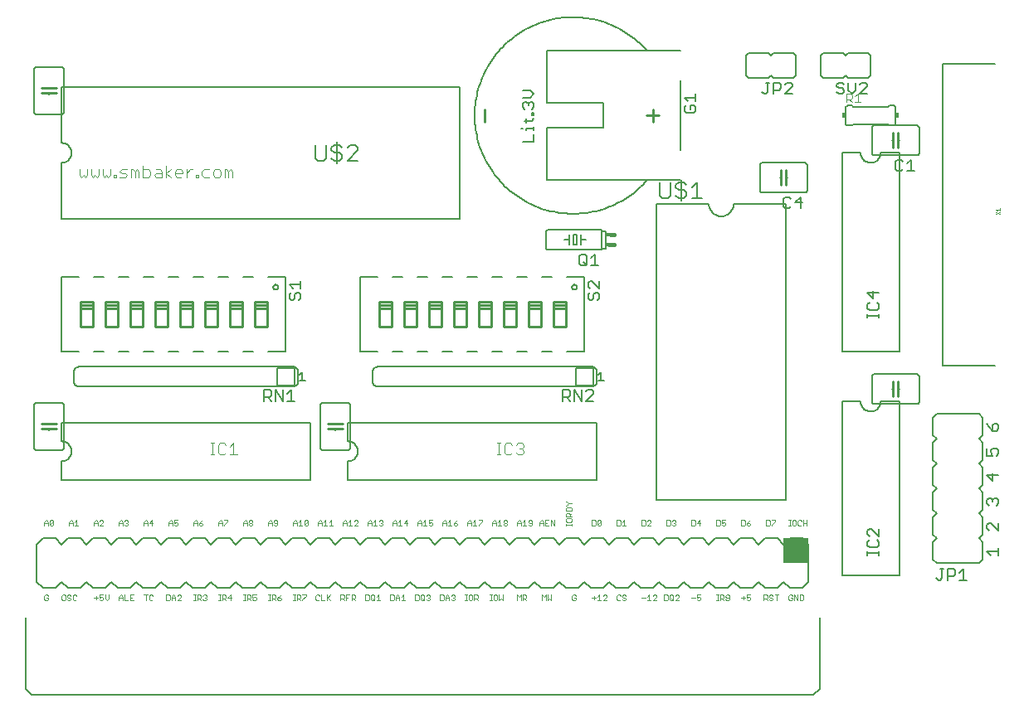
<source format=gto>
G75*
%MOIN*%
%OFA0B0*%
%FSLAX24Y24*%
%IPPOS*%
%LPD*%
%AMOC8*
5,1,8,0,0,1.08239X$1,22.5*
%
%ADD10C,0.0020*%
%ADD11C,0.0040*%
%ADD12C,0.0080*%
%ADD13C,0.0060*%
%ADD14R,0.1000X0.1000*%
%ADD15C,0.0100*%
%ADD16C,0.0050*%
%ADD17C,0.0070*%
%ADD18C,0.0160*%
%ADD19R,0.0230X0.0160*%
%ADD20R,0.0150X0.0200*%
D10*
X001527Y003950D02*
X001600Y003950D01*
X001637Y003987D01*
X001637Y004060D01*
X001563Y004060D01*
X001490Y003987D02*
X001527Y003950D01*
X001490Y003987D02*
X001490Y004133D01*
X001527Y004170D01*
X001600Y004170D01*
X001637Y004133D01*
X002190Y004133D02*
X002190Y003987D01*
X002227Y003950D01*
X002300Y003950D01*
X002337Y003987D01*
X002337Y004133D01*
X002300Y004170D01*
X002227Y004170D01*
X002190Y004133D01*
X002411Y004133D02*
X002411Y004097D01*
X002448Y004060D01*
X002521Y004060D01*
X002558Y004023D01*
X002558Y003987D01*
X002521Y003950D01*
X002448Y003950D01*
X002411Y003987D01*
X002411Y004133D02*
X002448Y004170D01*
X002521Y004170D01*
X002558Y004133D01*
X002632Y004133D02*
X002632Y003987D01*
X002669Y003950D01*
X002742Y003950D01*
X002779Y003987D01*
X002779Y004133D02*
X002742Y004170D01*
X002669Y004170D01*
X002632Y004133D01*
X003490Y004060D02*
X003637Y004060D01*
X003711Y004060D02*
X003784Y004097D01*
X003821Y004097D01*
X003858Y004060D01*
X003858Y003987D01*
X003821Y003950D01*
X003748Y003950D01*
X003711Y003987D01*
X003711Y004060D02*
X003711Y004170D01*
X003858Y004170D01*
X003932Y004170D02*
X003932Y004023D01*
X004005Y003950D01*
X004079Y004023D01*
X004079Y004170D01*
X004490Y004097D02*
X004563Y004170D01*
X004637Y004097D01*
X004637Y003950D01*
X004711Y003950D02*
X004858Y003950D01*
X004932Y003950D02*
X005079Y003950D01*
X005005Y004060D02*
X004932Y004060D01*
X004932Y004170D02*
X004932Y003950D01*
X004932Y004170D02*
X005079Y004170D01*
X004711Y004170D02*
X004711Y003950D01*
X004637Y004060D02*
X004490Y004060D01*
X004490Y004097D02*
X004490Y003950D01*
X003563Y003987D02*
X003563Y004133D01*
X005490Y004170D02*
X005637Y004170D01*
X005563Y004170D02*
X005563Y003950D01*
X005711Y003987D02*
X005748Y003950D01*
X005821Y003950D01*
X005858Y003987D01*
X005858Y004133D02*
X005821Y004170D01*
X005748Y004170D01*
X005711Y004133D01*
X005711Y003987D01*
X006390Y003950D02*
X006500Y003950D01*
X006537Y003987D01*
X006537Y004133D01*
X006500Y004170D01*
X006390Y004170D01*
X006390Y003950D01*
X006611Y003950D02*
X006611Y004097D01*
X006684Y004170D01*
X006758Y004097D01*
X006758Y003950D01*
X006832Y003950D02*
X006979Y004097D01*
X006979Y004133D01*
X006942Y004170D01*
X006869Y004170D01*
X006832Y004133D01*
X006758Y004060D02*
X006611Y004060D01*
X006832Y003950D02*
X006979Y003950D01*
X007490Y003950D02*
X007563Y003950D01*
X007527Y003950D02*
X007527Y004170D01*
X007563Y004170D02*
X007490Y004170D01*
X007637Y004170D02*
X007747Y004170D01*
X007784Y004133D01*
X007784Y004060D01*
X007747Y004023D01*
X007637Y004023D01*
X007637Y003950D02*
X007637Y004170D01*
X007711Y004023D02*
X007784Y003950D01*
X007858Y003987D02*
X007895Y003950D01*
X007968Y003950D01*
X008005Y003987D01*
X008005Y004023D01*
X007968Y004060D01*
X007932Y004060D01*
X007968Y004060D02*
X008005Y004097D01*
X008005Y004133D01*
X007968Y004170D01*
X007895Y004170D01*
X007858Y004133D01*
X008490Y004170D02*
X008563Y004170D01*
X008527Y004170D02*
X008527Y003950D01*
X008563Y003950D02*
X008490Y003950D01*
X008637Y003950D02*
X008637Y004170D01*
X008747Y004170D01*
X008784Y004133D01*
X008784Y004060D01*
X008747Y004023D01*
X008637Y004023D01*
X008711Y004023D02*
X008784Y003950D01*
X008858Y004060D02*
X009005Y004060D01*
X008968Y003950D02*
X008968Y004170D01*
X008858Y004060D01*
X009490Y003950D02*
X009563Y003950D01*
X009527Y003950D02*
X009527Y004170D01*
X009563Y004170D02*
X009490Y004170D01*
X009637Y004170D02*
X009747Y004170D01*
X009784Y004133D01*
X009784Y004060D01*
X009747Y004023D01*
X009637Y004023D01*
X009637Y003950D02*
X009637Y004170D01*
X009711Y004023D02*
X009784Y003950D01*
X009858Y003987D02*
X009895Y003950D01*
X009968Y003950D01*
X010005Y003987D01*
X010005Y004060D01*
X009968Y004097D01*
X009932Y004097D01*
X009858Y004060D01*
X009858Y004170D01*
X010005Y004170D01*
X010490Y004170D02*
X010563Y004170D01*
X010527Y004170D02*
X010527Y003950D01*
X010563Y003950D02*
X010490Y003950D01*
X010637Y003950D02*
X010637Y004170D01*
X010747Y004170D01*
X010784Y004133D01*
X010784Y004060D01*
X010747Y004023D01*
X010637Y004023D01*
X010711Y004023D02*
X010784Y003950D01*
X010858Y003987D02*
X010895Y003950D01*
X010968Y003950D01*
X011005Y003987D01*
X011005Y004023D01*
X010968Y004060D01*
X010858Y004060D01*
X010858Y003987D01*
X010858Y004060D02*
X010932Y004133D01*
X011005Y004170D01*
X011490Y004170D02*
X011563Y004170D01*
X011527Y004170D02*
X011527Y003950D01*
X011563Y003950D02*
X011490Y003950D01*
X011637Y003950D02*
X011637Y004170D01*
X011747Y004170D01*
X011784Y004133D01*
X011784Y004060D01*
X011747Y004023D01*
X011637Y004023D01*
X011711Y004023D02*
X011784Y003950D01*
X011858Y003950D02*
X011858Y003987D01*
X012005Y004133D01*
X012005Y004170D01*
X011858Y004170D01*
X012390Y004133D02*
X012390Y003987D01*
X012427Y003950D01*
X012500Y003950D01*
X012537Y003987D01*
X012611Y003950D02*
X012758Y003950D01*
X012832Y003950D02*
X012832Y004170D01*
X012869Y004060D02*
X012979Y003950D01*
X012832Y004023D02*
X012979Y004170D01*
X012611Y004170D02*
X012611Y003950D01*
X012537Y004133D02*
X012500Y004170D01*
X012427Y004170D01*
X012390Y004133D01*
X013390Y004170D02*
X013390Y003950D01*
X013390Y004023D02*
X013500Y004023D01*
X013537Y004060D01*
X013537Y004133D01*
X013500Y004170D01*
X013390Y004170D01*
X013463Y004023D02*
X013537Y003950D01*
X013611Y003950D02*
X013611Y004170D01*
X013758Y004170D01*
X013832Y004170D02*
X013942Y004170D01*
X013979Y004133D01*
X013979Y004060D01*
X013942Y004023D01*
X013832Y004023D01*
X013832Y003950D02*
X013832Y004170D01*
X013905Y004023D02*
X013979Y003950D01*
X013684Y004060D02*
X013611Y004060D01*
X014390Y004170D02*
X014390Y003950D01*
X014500Y003950D01*
X014537Y003987D01*
X014537Y004133D01*
X014500Y004170D01*
X014390Y004170D01*
X014611Y004133D02*
X014611Y003987D01*
X014648Y003950D01*
X014721Y003950D01*
X014758Y003987D01*
X014758Y004133D01*
X014721Y004170D01*
X014648Y004170D01*
X014611Y004133D01*
X014684Y004023D02*
X014758Y003950D01*
X014832Y003950D02*
X014979Y003950D01*
X014905Y003950D02*
X014905Y004170D01*
X014832Y004097D01*
X015390Y004170D02*
X015390Y003950D01*
X015500Y003950D01*
X015537Y003987D01*
X015537Y004133D01*
X015500Y004170D01*
X015390Y004170D01*
X015611Y004097D02*
X015684Y004170D01*
X015758Y004097D01*
X015758Y003950D01*
X015832Y003950D02*
X015979Y003950D01*
X015905Y003950D02*
X015905Y004170D01*
X015832Y004097D01*
X015758Y004060D02*
X015611Y004060D01*
X015611Y004097D02*
X015611Y003950D01*
X016390Y003950D02*
X016500Y003950D01*
X016537Y003987D01*
X016537Y004133D01*
X016500Y004170D01*
X016390Y004170D01*
X016390Y003950D01*
X016611Y003987D02*
X016648Y003950D01*
X016721Y003950D01*
X016758Y003987D01*
X016758Y004133D01*
X016721Y004170D01*
X016648Y004170D01*
X016611Y004133D01*
X016611Y003987D01*
X016684Y004023D02*
X016758Y003950D01*
X016832Y003987D02*
X016869Y003950D01*
X016942Y003950D01*
X016979Y003987D01*
X016979Y004023D01*
X016942Y004060D01*
X016905Y004060D01*
X016942Y004060D02*
X016979Y004097D01*
X016979Y004133D01*
X016942Y004170D01*
X016869Y004170D01*
X016832Y004133D01*
X017390Y004170D02*
X017390Y003950D01*
X017500Y003950D01*
X017537Y003987D01*
X017537Y004133D01*
X017500Y004170D01*
X017390Y004170D01*
X017611Y004097D02*
X017684Y004170D01*
X017758Y004097D01*
X017758Y003950D01*
X017832Y003987D02*
X017869Y003950D01*
X017942Y003950D01*
X017979Y003987D01*
X017979Y004023D01*
X017942Y004060D01*
X017905Y004060D01*
X017942Y004060D02*
X017979Y004097D01*
X017979Y004133D01*
X017942Y004170D01*
X017869Y004170D01*
X017832Y004133D01*
X017758Y004060D02*
X017611Y004060D01*
X017611Y004097D02*
X017611Y003950D01*
X018390Y003950D02*
X018463Y003950D01*
X018427Y003950D02*
X018427Y004170D01*
X018463Y004170D02*
X018390Y004170D01*
X018537Y004133D02*
X018537Y003987D01*
X018574Y003950D01*
X018647Y003950D01*
X018684Y003987D01*
X018684Y004133D01*
X018647Y004170D01*
X018574Y004170D01*
X018537Y004133D01*
X018758Y004170D02*
X018868Y004170D01*
X018905Y004133D01*
X018905Y004060D01*
X018868Y004023D01*
X018758Y004023D01*
X018758Y003950D02*
X018758Y004170D01*
X018832Y004023D02*
X018905Y003950D01*
X019390Y003950D02*
X019463Y003950D01*
X019427Y003950D02*
X019427Y004170D01*
X019463Y004170D02*
X019390Y004170D01*
X019537Y004133D02*
X019537Y003987D01*
X019574Y003950D01*
X019647Y003950D01*
X019684Y003987D01*
X019684Y004133D01*
X019647Y004170D01*
X019574Y004170D01*
X019537Y004133D01*
X019758Y004170D02*
X019758Y003950D01*
X019832Y004023D01*
X019905Y003950D01*
X019905Y004170D01*
X020490Y004170D02*
X020563Y004097D01*
X020637Y004170D01*
X020637Y003950D01*
X020711Y003950D02*
X020711Y004170D01*
X020821Y004170D01*
X020858Y004133D01*
X020858Y004060D01*
X020821Y004023D01*
X020711Y004023D01*
X020784Y004023D02*
X020858Y003950D01*
X020490Y003950D02*
X020490Y004170D01*
X021490Y004170D02*
X021563Y004097D01*
X021637Y004170D01*
X021637Y003950D01*
X021711Y003950D02*
X021784Y004023D01*
X021858Y003950D01*
X021858Y004170D01*
X021711Y004170D02*
X021711Y003950D01*
X021490Y003950D02*
X021490Y004170D01*
X022690Y004133D02*
X022690Y003987D01*
X022727Y003950D01*
X022800Y003950D01*
X022837Y003987D01*
X022837Y004060D01*
X022763Y004060D01*
X022690Y004133D02*
X022727Y004170D01*
X022800Y004170D01*
X022837Y004133D01*
X023490Y004060D02*
X023637Y004060D01*
X023711Y004097D02*
X023784Y004170D01*
X023784Y003950D01*
X023711Y003950D02*
X023858Y003950D01*
X023932Y003950D02*
X024079Y004097D01*
X024079Y004133D01*
X024042Y004170D01*
X023969Y004170D01*
X023932Y004133D01*
X023932Y003950D02*
X024079Y003950D01*
X024490Y003987D02*
X024490Y004133D01*
X024527Y004170D01*
X024600Y004170D01*
X024637Y004133D01*
X024711Y004133D02*
X024711Y004097D01*
X024748Y004060D01*
X024821Y004060D01*
X024858Y004023D01*
X024858Y003987D01*
X024821Y003950D01*
X024748Y003950D01*
X024711Y003987D01*
X024637Y003987D02*
X024600Y003950D01*
X024527Y003950D01*
X024490Y003987D01*
X024711Y004133D02*
X024748Y004170D01*
X024821Y004170D01*
X024858Y004133D01*
X025490Y004060D02*
X025637Y004060D01*
X025711Y004097D02*
X025784Y004170D01*
X025784Y003950D01*
X025711Y003950D02*
X025858Y003950D01*
X025932Y003950D02*
X026079Y004097D01*
X026079Y004133D01*
X026042Y004170D01*
X025969Y004170D01*
X025932Y004133D01*
X025932Y003950D02*
X026079Y003950D01*
X026390Y003950D02*
X026390Y004170D01*
X026500Y004170D01*
X026537Y004133D01*
X026537Y003987D01*
X026500Y003950D01*
X026390Y003950D01*
X026611Y003987D02*
X026611Y004133D01*
X026648Y004170D01*
X026721Y004170D01*
X026758Y004133D01*
X026758Y003987D01*
X026721Y003950D01*
X026648Y003950D01*
X026611Y003987D01*
X026684Y004023D02*
X026758Y003950D01*
X026832Y003950D02*
X026979Y004097D01*
X026979Y004133D01*
X026942Y004170D01*
X026869Y004170D01*
X026832Y004133D01*
X026832Y003950D02*
X026979Y003950D01*
X027490Y004060D02*
X027637Y004060D01*
X027711Y004060D02*
X027784Y004097D01*
X027821Y004097D01*
X027858Y004060D01*
X027858Y003987D01*
X027821Y003950D01*
X027748Y003950D01*
X027711Y003987D01*
X027711Y004060D02*
X027711Y004170D01*
X027858Y004170D01*
X028490Y004170D02*
X028563Y004170D01*
X028527Y004170D02*
X028527Y003950D01*
X028563Y003950D02*
X028490Y003950D01*
X028637Y003950D02*
X028637Y004170D01*
X028747Y004170D01*
X028784Y004133D01*
X028784Y004060D01*
X028747Y004023D01*
X028637Y004023D01*
X028711Y004023D02*
X028784Y003950D01*
X028858Y003987D02*
X028895Y003950D01*
X028968Y003950D01*
X029005Y003987D01*
X029005Y004133D01*
X028968Y004170D01*
X028895Y004170D01*
X028858Y004133D01*
X028858Y004097D01*
X028895Y004060D01*
X029005Y004060D01*
X029490Y004060D02*
X029637Y004060D01*
X029711Y004060D02*
X029784Y004097D01*
X029821Y004097D01*
X029858Y004060D01*
X029858Y003987D01*
X029821Y003950D01*
X029748Y003950D01*
X029711Y003987D01*
X029711Y004060D02*
X029711Y004170D01*
X029858Y004170D01*
X029563Y004133D02*
X029563Y003987D01*
X030390Y004023D02*
X030500Y004023D01*
X030537Y004060D01*
X030537Y004133D01*
X030500Y004170D01*
X030390Y004170D01*
X030390Y003950D01*
X030463Y004023D02*
X030537Y003950D01*
X030611Y003987D02*
X030648Y003950D01*
X030721Y003950D01*
X030758Y003987D01*
X030758Y004023D01*
X030721Y004060D01*
X030648Y004060D01*
X030611Y004097D01*
X030611Y004133D01*
X030648Y004170D01*
X030721Y004170D01*
X030758Y004133D01*
X030832Y004170D02*
X030979Y004170D01*
X030905Y004170D02*
X030905Y003950D01*
X031390Y003987D02*
X031390Y004133D01*
X031427Y004170D01*
X031500Y004170D01*
X031537Y004133D01*
X031537Y004060D02*
X031463Y004060D01*
X031537Y004060D02*
X031537Y003987D01*
X031500Y003950D01*
X031427Y003950D01*
X031390Y003987D01*
X031611Y003950D02*
X031611Y004170D01*
X031758Y003950D01*
X031758Y004170D01*
X031832Y004170D02*
X031942Y004170D01*
X031979Y004133D01*
X031979Y003987D01*
X031942Y003950D01*
X031832Y003950D01*
X031832Y004170D01*
X031868Y006950D02*
X031905Y006987D01*
X031868Y006950D02*
X031795Y006950D01*
X031758Y006987D01*
X031758Y007133D01*
X031795Y007170D01*
X031868Y007170D01*
X031905Y007133D01*
X031979Y007170D02*
X031979Y006950D01*
X031979Y007060D02*
X032126Y007060D01*
X032126Y007170D02*
X032126Y006950D01*
X031684Y006987D02*
X031684Y007133D01*
X031647Y007170D01*
X031574Y007170D01*
X031537Y007133D01*
X031537Y006987D01*
X031574Y006950D01*
X031647Y006950D01*
X031684Y006987D01*
X031463Y006950D02*
X031390Y006950D01*
X031427Y006950D02*
X031427Y007170D01*
X031463Y007170D02*
X031390Y007170D01*
X030858Y007170D02*
X030858Y007133D01*
X030711Y006987D01*
X030711Y006950D01*
X030637Y006987D02*
X030637Y007133D01*
X030600Y007170D01*
X030490Y007170D01*
X030490Y006950D01*
X030600Y006950D01*
X030637Y006987D01*
X030711Y007170D02*
X030858Y007170D01*
X029858Y007170D02*
X029784Y007133D01*
X029711Y007060D01*
X029821Y007060D01*
X029858Y007023D01*
X029858Y006987D01*
X029821Y006950D01*
X029748Y006950D01*
X029711Y006987D01*
X029711Y007060D01*
X029637Y006987D02*
X029637Y007133D01*
X029600Y007170D01*
X029490Y007170D01*
X029490Y006950D01*
X029600Y006950D01*
X029637Y006987D01*
X028858Y006987D02*
X028821Y006950D01*
X028748Y006950D01*
X028711Y006987D01*
X028711Y007060D02*
X028784Y007097D01*
X028821Y007097D01*
X028858Y007060D01*
X028858Y006987D01*
X028711Y007060D02*
X028711Y007170D01*
X028858Y007170D01*
X028637Y007133D02*
X028600Y007170D01*
X028490Y007170D01*
X028490Y006950D01*
X028600Y006950D01*
X028637Y006987D01*
X028637Y007133D01*
X027858Y007060D02*
X027711Y007060D01*
X027821Y007170D01*
X027821Y006950D01*
X027637Y006987D02*
X027637Y007133D01*
X027600Y007170D01*
X027490Y007170D01*
X027490Y006950D01*
X027600Y006950D01*
X027637Y006987D01*
X026858Y006987D02*
X026821Y006950D01*
X026748Y006950D01*
X026711Y006987D01*
X026637Y006987D02*
X026637Y007133D01*
X026600Y007170D01*
X026490Y007170D01*
X026490Y006950D01*
X026600Y006950D01*
X026637Y006987D01*
X026711Y007133D02*
X026748Y007170D01*
X026821Y007170D01*
X026858Y007133D01*
X026858Y007097D01*
X026821Y007060D01*
X026858Y007023D01*
X026858Y006987D01*
X026821Y007060D02*
X026784Y007060D01*
X025858Y007097D02*
X025858Y007133D01*
X025821Y007170D01*
X025748Y007170D01*
X025711Y007133D01*
X025637Y007133D02*
X025600Y007170D01*
X025490Y007170D01*
X025490Y006950D01*
X025600Y006950D01*
X025637Y006987D01*
X025637Y007133D01*
X025711Y006950D02*
X025858Y007097D01*
X025858Y006950D02*
X025711Y006950D01*
X024858Y006950D02*
X024711Y006950D01*
X024784Y006950D02*
X024784Y007170D01*
X024711Y007097D01*
X024637Y007133D02*
X024600Y007170D01*
X024490Y007170D01*
X024490Y006950D01*
X024600Y006950D01*
X024637Y006987D01*
X024637Y007133D01*
X023858Y007133D02*
X023711Y006987D01*
X023748Y006950D01*
X023821Y006950D01*
X023858Y006987D01*
X023858Y007133D01*
X023821Y007170D01*
X023748Y007170D01*
X023711Y007133D01*
X023711Y006987D01*
X023637Y006987D02*
X023637Y007133D01*
X023600Y007170D01*
X023490Y007170D01*
X023490Y006950D01*
X023600Y006950D01*
X023637Y006987D01*
X022670Y006987D02*
X022450Y006987D01*
X022450Y007023D02*
X022450Y006950D01*
X022487Y007097D02*
X022633Y007097D01*
X022670Y007134D01*
X022670Y007207D01*
X022633Y007244D01*
X022487Y007244D01*
X022450Y007207D01*
X022450Y007134D01*
X022487Y007097D01*
X022670Y007023D02*
X022670Y006950D01*
X022670Y007318D02*
X022450Y007318D01*
X022450Y007428D01*
X022487Y007465D01*
X022560Y007465D01*
X022597Y007428D01*
X022597Y007318D01*
X022597Y007392D02*
X022670Y007465D01*
X022670Y007539D02*
X022670Y007649D01*
X022633Y007686D01*
X022487Y007686D01*
X022450Y007649D01*
X022450Y007539D01*
X022670Y007539D01*
X022487Y007760D02*
X022560Y007834D01*
X022670Y007834D01*
X022560Y007834D02*
X022487Y007907D01*
X022450Y007907D01*
X022450Y007760D02*
X022487Y007760D01*
X021979Y007170D02*
X021979Y006950D01*
X021832Y007170D01*
X021832Y006950D01*
X021758Y006950D02*
X021611Y006950D01*
X021611Y007170D01*
X021758Y007170D01*
X021684Y007060D02*
X021611Y007060D01*
X021537Y007060D02*
X021390Y007060D01*
X021390Y007097D02*
X021463Y007170D01*
X021537Y007097D01*
X021537Y006950D01*
X021390Y006950D02*
X021390Y007097D01*
X021079Y007133D02*
X021042Y007170D01*
X020969Y007170D01*
X020932Y007133D01*
X020932Y007097D01*
X020969Y007060D01*
X021079Y007060D01*
X021079Y006987D02*
X021079Y007133D01*
X021079Y006987D02*
X021042Y006950D01*
X020969Y006950D01*
X020932Y006987D01*
X020858Y006950D02*
X020711Y006950D01*
X020784Y006950D02*
X020784Y007170D01*
X020711Y007097D01*
X020637Y007097D02*
X020637Y006950D01*
X020637Y007060D02*
X020490Y007060D01*
X020490Y007097D02*
X020563Y007170D01*
X020637Y007097D01*
X020490Y007097D02*
X020490Y006950D01*
X020079Y006987D02*
X020042Y006950D01*
X019969Y006950D01*
X019932Y006987D01*
X019932Y007023D01*
X019969Y007060D01*
X020042Y007060D01*
X020079Y007023D01*
X020079Y006987D01*
X020042Y007060D02*
X020079Y007097D01*
X020079Y007133D01*
X020042Y007170D01*
X019969Y007170D01*
X019932Y007133D01*
X019932Y007097D01*
X019969Y007060D01*
X019858Y006950D02*
X019711Y006950D01*
X019784Y006950D02*
X019784Y007170D01*
X019711Y007097D01*
X019637Y007097D02*
X019637Y006950D01*
X019637Y007060D02*
X019490Y007060D01*
X019490Y007097D02*
X019563Y007170D01*
X019637Y007097D01*
X019490Y007097D02*
X019490Y006950D01*
X019079Y007133D02*
X019079Y007170D01*
X018932Y007170D01*
X018784Y007170D02*
X018784Y006950D01*
X018711Y006950D02*
X018858Y006950D01*
X018932Y006950D02*
X018932Y006987D01*
X019079Y007133D01*
X018784Y007170D02*
X018711Y007097D01*
X018637Y007097D02*
X018637Y006950D01*
X018637Y007060D02*
X018490Y007060D01*
X018490Y007097D02*
X018563Y007170D01*
X018637Y007097D01*
X018490Y007097D02*
X018490Y006950D01*
X018079Y006987D02*
X018079Y007023D01*
X018042Y007060D01*
X017932Y007060D01*
X017932Y006987D01*
X017969Y006950D01*
X018042Y006950D01*
X018079Y006987D01*
X018005Y007133D02*
X018079Y007170D01*
X018005Y007133D02*
X017932Y007060D01*
X017858Y006950D02*
X017711Y006950D01*
X017784Y006950D02*
X017784Y007170D01*
X017711Y007097D01*
X017637Y007097D02*
X017637Y006950D01*
X017637Y007060D02*
X017490Y007060D01*
X017490Y007097D02*
X017563Y007170D01*
X017637Y007097D01*
X017490Y007097D02*
X017490Y006950D01*
X017079Y006987D02*
X017042Y006950D01*
X016969Y006950D01*
X016932Y006987D01*
X016932Y007060D02*
X017005Y007097D01*
X017042Y007097D01*
X017079Y007060D01*
X017079Y006987D01*
X016932Y007060D02*
X016932Y007170D01*
X017079Y007170D01*
X016784Y007170D02*
X016784Y006950D01*
X016711Y006950D02*
X016858Y006950D01*
X016711Y007097D02*
X016784Y007170D01*
X016637Y007097D02*
X016637Y006950D01*
X016637Y007060D02*
X016490Y007060D01*
X016490Y007097D02*
X016563Y007170D01*
X016637Y007097D01*
X016490Y007097D02*
X016490Y006950D01*
X016079Y007060D02*
X015932Y007060D01*
X016042Y007170D01*
X016042Y006950D01*
X015858Y006950D02*
X015711Y006950D01*
X015784Y006950D02*
X015784Y007170D01*
X015711Y007097D01*
X015637Y007097D02*
X015637Y006950D01*
X015637Y007060D02*
X015490Y007060D01*
X015490Y007097D02*
X015563Y007170D01*
X015637Y007097D01*
X015490Y007097D02*
X015490Y006950D01*
X015079Y006987D02*
X015042Y006950D01*
X014969Y006950D01*
X014932Y006987D01*
X014858Y006950D02*
X014711Y006950D01*
X014784Y006950D02*
X014784Y007170D01*
X014711Y007097D01*
X014637Y007097D02*
X014637Y006950D01*
X014637Y007060D02*
X014490Y007060D01*
X014490Y007097D02*
X014563Y007170D01*
X014637Y007097D01*
X014490Y007097D02*
X014490Y006950D01*
X014079Y006950D02*
X013932Y006950D01*
X014079Y007097D01*
X014079Y007133D01*
X014042Y007170D01*
X013969Y007170D01*
X013932Y007133D01*
X013784Y007170D02*
X013784Y006950D01*
X013711Y006950D02*
X013858Y006950D01*
X013711Y007097D02*
X013784Y007170D01*
X013637Y007097D02*
X013563Y007170D01*
X013490Y007097D01*
X013490Y006950D01*
X013490Y007060D02*
X013637Y007060D01*
X013637Y007097D02*
X013637Y006950D01*
X013079Y006950D02*
X012932Y006950D01*
X013005Y006950D02*
X013005Y007170D01*
X012932Y007097D01*
X012858Y006950D02*
X012711Y006950D01*
X012784Y006950D02*
X012784Y007170D01*
X012711Y007097D01*
X012637Y007097D02*
X012637Y006950D01*
X012637Y007060D02*
X012490Y007060D01*
X012490Y007097D02*
X012563Y007170D01*
X012637Y007097D01*
X012490Y007097D02*
X012490Y006950D01*
X012079Y006987D02*
X012042Y006950D01*
X011969Y006950D01*
X011932Y006987D01*
X012079Y007133D01*
X012079Y006987D01*
X012079Y007133D02*
X012042Y007170D01*
X011969Y007170D01*
X011932Y007133D01*
X011932Y006987D01*
X011858Y006950D02*
X011711Y006950D01*
X011784Y006950D02*
X011784Y007170D01*
X011711Y007097D01*
X011637Y007097D02*
X011637Y006950D01*
X011637Y007060D02*
X011490Y007060D01*
X011490Y007097D02*
X011563Y007170D01*
X011637Y007097D01*
X011490Y007097D02*
X011490Y006950D01*
X010858Y006987D02*
X010858Y007133D01*
X010821Y007170D01*
X010748Y007170D01*
X010711Y007133D01*
X010711Y007097D01*
X010748Y007060D01*
X010858Y007060D01*
X010858Y006987D02*
X010821Y006950D01*
X010748Y006950D01*
X010711Y006987D01*
X010637Y006950D02*
X010637Y007097D01*
X010563Y007170D01*
X010490Y007097D01*
X010490Y006950D01*
X010490Y007060D02*
X010637Y007060D01*
X009858Y007023D02*
X009858Y006987D01*
X009821Y006950D01*
X009748Y006950D01*
X009711Y006987D01*
X009711Y007023D01*
X009748Y007060D01*
X009821Y007060D01*
X009858Y007023D01*
X009821Y007060D02*
X009858Y007097D01*
X009858Y007133D01*
X009821Y007170D01*
X009748Y007170D01*
X009711Y007133D01*
X009711Y007097D01*
X009748Y007060D01*
X009637Y007060D02*
X009490Y007060D01*
X009490Y007097D02*
X009563Y007170D01*
X009637Y007097D01*
X009637Y006950D01*
X009490Y006950D02*
X009490Y007097D01*
X008858Y007133D02*
X008711Y006987D01*
X008711Y006950D01*
X008637Y006950D02*
X008637Y007097D01*
X008563Y007170D01*
X008490Y007097D01*
X008490Y006950D01*
X008490Y007060D02*
X008637Y007060D01*
X008711Y007170D02*
X008858Y007170D01*
X008858Y007133D01*
X007858Y007170D02*
X007784Y007133D01*
X007711Y007060D01*
X007821Y007060D01*
X007858Y007023D01*
X007858Y006987D01*
X007821Y006950D01*
X007748Y006950D01*
X007711Y006987D01*
X007711Y007060D01*
X007637Y007060D02*
X007490Y007060D01*
X007490Y007097D02*
X007563Y007170D01*
X007637Y007097D01*
X007637Y006950D01*
X007490Y006950D02*
X007490Y007097D01*
X006858Y007060D02*
X006858Y006987D01*
X006821Y006950D01*
X006748Y006950D01*
X006711Y006987D01*
X006711Y007060D02*
X006784Y007097D01*
X006821Y007097D01*
X006858Y007060D01*
X006858Y007170D02*
X006711Y007170D01*
X006711Y007060D01*
X006637Y007060D02*
X006490Y007060D01*
X006490Y007097D02*
X006563Y007170D01*
X006637Y007097D01*
X006637Y006950D01*
X006490Y006950D02*
X006490Y007097D01*
X005858Y007060D02*
X005711Y007060D01*
X005821Y007170D01*
X005821Y006950D01*
X005637Y006950D02*
X005637Y007097D01*
X005563Y007170D01*
X005490Y007097D01*
X005490Y006950D01*
X005490Y007060D02*
X005637Y007060D01*
X004858Y007023D02*
X004858Y006987D01*
X004821Y006950D01*
X004748Y006950D01*
X004711Y006987D01*
X004637Y006950D02*
X004637Y007097D01*
X004563Y007170D01*
X004490Y007097D01*
X004490Y006950D01*
X004490Y007060D02*
X004637Y007060D01*
X004711Y007133D02*
X004748Y007170D01*
X004821Y007170D01*
X004858Y007133D01*
X004858Y007097D01*
X004821Y007060D01*
X004858Y007023D01*
X004821Y007060D02*
X004784Y007060D01*
X003858Y007097D02*
X003858Y007133D01*
X003821Y007170D01*
X003748Y007170D01*
X003711Y007133D01*
X003637Y007097D02*
X003637Y006950D01*
X003711Y006950D02*
X003858Y007097D01*
X003858Y006950D02*
X003711Y006950D01*
X003637Y007060D02*
X003490Y007060D01*
X003490Y007097D02*
X003563Y007170D01*
X003637Y007097D01*
X003490Y007097D02*
X003490Y006950D01*
X002858Y006950D02*
X002711Y006950D01*
X002784Y006950D02*
X002784Y007170D01*
X002711Y007097D01*
X002637Y007097D02*
X002563Y007170D01*
X002490Y007097D01*
X002490Y006950D01*
X002490Y007060D02*
X002637Y007060D01*
X002637Y007097D02*
X002637Y006950D01*
X001858Y006987D02*
X001821Y006950D01*
X001748Y006950D01*
X001711Y006987D01*
X001858Y007133D01*
X001858Y006987D01*
X001858Y007133D02*
X001821Y007170D01*
X001748Y007170D01*
X001711Y007133D01*
X001711Y006987D01*
X001637Y006950D02*
X001637Y007097D01*
X001563Y007170D01*
X001490Y007097D01*
X001490Y006950D01*
X001490Y007060D02*
X001637Y007060D01*
X014932Y007133D02*
X014969Y007170D01*
X015042Y007170D01*
X015079Y007133D01*
X015079Y007097D01*
X015042Y007060D01*
X015079Y007023D01*
X015079Y006987D01*
X015042Y007060D02*
X015005Y007060D01*
X023563Y004133D02*
X023563Y003987D01*
X039721Y019468D02*
X039861Y019562D01*
X039861Y019616D02*
X039861Y019709D01*
X039861Y019662D02*
X039721Y019662D01*
X039768Y019616D01*
X039721Y019562D02*
X039861Y019468D01*
D11*
X034293Y023970D02*
X034059Y023970D01*
X034176Y023970D02*
X034176Y024320D01*
X034059Y024204D01*
X033934Y024262D02*
X033934Y024145D01*
X033875Y024087D01*
X033700Y024087D01*
X033817Y024087D02*
X033934Y023970D01*
X033700Y023970D02*
X033700Y024320D01*
X033875Y024320D01*
X033934Y024262D01*
X020670Y010270D02*
X020747Y010194D01*
X020747Y010117D01*
X020670Y010040D01*
X020747Y009963D01*
X020747Y009887D01*
X020670Y009810D01*
X020516Y009810D01*
X020440Y009887D01*
X020286Y009887D02*
X020209Y009810D01*
X020056Y009810D01*
X019979Y009887D01*
X019979Y010194D01*
X020056Y010270D01*
X020209Y010270D01*
X020286Y010194D01*
X020440Y010194D02*
X020516Y010270D01*
X020670Y010270D01*
X020670Y010040D02*
X020593Y010040D01*
X019826Y009810D02*
X019672Y009810D01*
X019749Y009810D02*
X019749Y010270D01*
X019672Y010270D02*
X019826Y010270D01*
X009247Y009810D02*
X008940Y009810D01*
X009093Y009810D02*
X009093Y010270D01*
X008940Y010117D01*
X008786Y010194D02*
X008709Y010270D01*
X008556Y010270D01*
X008479Y010194D01*
X008479Y009887D01*
X008556Y009810D01*
X008709Y009810D01*
X008786Y009887D01*
X008326Y009810D02*
X008172Y009810D01*
X008249Y009810D02*
X008249Y010270D01*
X008172Y010270D02*
X008326Y010270D01*
X008356Y020960D02*
X008279Y021037D01*
X008279Y021190D01*
X008356Y021267D01*
X008509Y021267D01*
X008586Y021190D01*
X008586Y021037D01*
X008509Y020960D01*
X008356Y020960D01*
X008126Y020960D02*
X007896Y020960D01*
X007819Y021037D01*
X007819Y021190D01*
X007896Y021267D01*
X008126Y021267D01*
X007665Y021037D02*
X007665Y020960D01*
X007589Y020960D01*
X007589Y021037D01*
X007665Y021037D01*
X007435Y021267D02*
X007358Y021267D01*
X007205Y021113D01*
X007205Y020960D02*
X007205Y021267D01*
X007051Y021190D02*
X006975Y021267D01*
X006821Y021267D01*
X006745Y021190D01*
X006745Y021037D01*
X006821Y020960D01*
X006975Y020960D01*
X007051Y021113D02*
X006745Y021113D01*
X006591Y020960D02*
X006361Y021113D01*
X006591Y021267D01*
X006361Y021420D02*
X006361Y020960D01*
X006207Y020960D02*
X005977Y020960D01*
X005901Y021037D01*
X005977Y021113D01*
X006207Y021113D01*
X006207Y021190D02*
X006207Y020960D01*
X006207Y021190D02*
X006131Y021267D01*
X005977Y021267D01*
X005747Y021190D02*
X005670Y021267D01*
X005440Y021267D01*
X005440Y021420D02*
X005440Y020960D01*
X005670Y020960D01*
X005747Y021037D01*
X005747Y021190D01*
X005287Y021190D02*
X005210Y021267D01*
X005133Y021190D01*
X005133Y020960D01*
X004980Y020960D02*
X004980Y021267D01*
X005056Y021267D01*
X005133Y021190D01*
X005287Y021190D02*
X005287Y020960D01*
X004826Y021037D02*
X004750Y021113D01*
X004596Y021113D01*
X004519Y021190D01*
X004596Y021267D01*
X004826Y021267D01*
X004826Y021037D02*
X004750Y020960D01*
X004519Y020960D01*
X004366Y020960D02*
X004289Y020960D01*
X004289Y021037D01*
X004366Y021037D01*
X004366Y020960D01*
X004136Y021037D02*
X004136Y021267D01*
X004136Y021037D02*
X004059Y020960D01*
X003982Y021037D01*
X003905Y020960D01*
X003829Y021037D01*
X003829Y021267D01*
X003675Y021267D02*
X003675Y021037D01*
X003599Y020960D01*
X003522Y021037D01*
X003445Y020960D01*
X003368Y021037D01*
X003368Y021267D01*
X003215Y021267D02*
X003215Y021037D01*
X003138Y020960D01*
X003061Y021037D01*
X002985Y020960D01*
X002908Y021037D01*
X002908Y021267D01*
X007051Y021190D02*
X007051Y021113D01*
X008740Y020960D02*
X008740Y021267D01*
X008816Y021267D01*
X008893Y021190D01*
X008970Y021267D01*
X009047Y021190D01*
X009047Y020960D01*
X008893Y020960D02*
X008893Y021190D01*
D12*
X000730Y003240D02*
X000730Y000390D01*
X000980Y000140D01*
X032380Y000140D01*
X032630Y000390D01*
X032630Y003240D01*
X037578Y013377D02*
X037578Y025503D01*
X039680Y025503D01*
X039680Y013377D02*
X037578Y013377D01*
D13*
X036630Y012940D02*
X036630Y011940D01*
X036628Y011923D01*
X036624Y011906D01*
X036617Y011890D01*
X036607Y011876D01*
X036594Y011863D01*
X036580Y011853D01*
X036564Y011846D01*
X036547Y011842D01*
X036530Y011840D01*
X034830Y011840D01*
X034813Y011842D01*
X034796Y011846D01*
X034780Y011853D01*
X034766Y011863D01*
X034753Y011876D01*
X034743Y011890D01*
X034736Y011906D01*
X034732Y011923D01*
X034730Y011940D01*
X034730Y012940D01*
X034732Y012957D01*
X034736Y012974D01*
X034743Y012990D01*
X034753Y013004D01*
X034766Y013017D01*
X034780Y013027D01*
X034796Y013034D01*
X034813Y013038D01*
X034830Y013040D01*
X036530Y013040D01*
X036547Y013038D01*
X036564Y013034D01*
X036580Y013027D01*
X036594Y013017D01*
X036607Y013004D01*
X036617Y012990D01*
X036624Y012974D01*
X036628Y012957D01*
X036630Y012940D01*
X035830Y012440D02*
X035780Y012440D01*
X035580Y012440D02*
X035530Y012440D01*
X035830Y011940D02*
X035080Y011940D01*
X035078Y011901D01*
X035072Y011862D01*
X035063Y011824D01*
X035050Y011787D01*
X035033Y011751D01*
X035013Y011718D01*
X034989Y011686D01*
X034963Y011657D01*
X034934Y011631D01*
X034902Y011607D01*
X034869Y011587D01*
X034833Y011570D01*
X034796Y011557D01*
X034758Y011548D01*
X034719Y011542D01*
X034680Y011540D01*
X034641Y011542D01*
X034602Y011548D01*
X034564Y011557D01*
X034527Y011570D01*
X034491Y011587D01*
X034458Y011607D01*
X034426Y011631D01*
X034397Y011657D01*
X034371Y011686D01*
X034347Y011718D01*
X034327Y011751D01*
X034310Y011787D01*
X034297Y011824D01*
X034288Y011862D01*
X034282Y011901D01*
X034280Y011940D01*
X033530Y011940D01*
X033530Y004940D01*
X035830Y004940D01*
X035830Y011940D01*
X037180Y011290D02*
X037330Y011440D01*
X039030Y011440D01*
X039180Y011290D01*
X039180Y010590D01*
X039030Y010440D01*
X039180Y010290D01*
X039180Y009590D01*
X039030Y009440D01*
X039180Y009290D01*
X039180Y008590D01*
X039030Y008440D01*
X039180Y008290D01*
X039180Y007590D01*
X039030Y007440D01*
X039180Y007290D01*
X039180Y006590D01*
X039030Y006440D01*
X039180Y006290D01*
X039180Y005590D01*
X039030Y005440D01*
X037330Y005440D01*
X037180Y005590D01*
X037180Y006290D01*
X037330Y006440D01*
X037180Y006590D01*
X037180Y007290D01*
X037330Y007440D01*
X037180Y007590D01*
X037180Y008290D01*
X037330Y008440D01*
X037180Y008590D01*
X037180Y009290D01*
X037330Y009440D01*
X037180Y009590D01*
X037180Y010290D01*
X037330Y010440D01*
X037180Y010590D01*
X037180Y011290D01*
X035830Y013940D02*
X033530Y013940D01*
X033530Y021940D01*
X034280Y021940D01*
X034282Y021901D01*
X034288Y021862D01*
X034297Y021824D01*
X034310Y021787D01*
X034327Y021751D01*
X034347Y021718D01*
X034371Y021686D01*
X034397Y021657D01*
X034426Y021631D01*
X034458Y021607D01*
X034491Y021587D01*
X034527Y021570D01*
X034564Y021557D01*
X034602Y021548D01*
X034641Y021542D01*
X034680Y021540D01*
X034719Y021542D01*
X034758Y021548D01*
X034796Y021557D01*
X034833Y021570D01*
X034869Y021587D01*
X034902Y021607D01*
X034934Y021631D01*
X034963Y021657D01*
X034989Y021686D01*
X035013Y021718D01*
X035033Y021751D01*
X035050Y021787D01*
X035063Y021824D01*
X035072Y021862D01*
X035078Y021901D01*
X035080Y021940D01*
X035830Y021940D01*
X035830Y013940D01*
X031280Y019890D02*
X031280Y007990D01*
X026080Y007990D01*
X026080Y019890D01*
X028180Y019890D01*
X028182Y019846D01*
X028188Y019803D01*
X028197Y019761D01*
X028210Y019719D01*
X028227Y019679D01*
X028247Y019640D01*
X028270Y019603D01*
X028297Y019569D01*
X028326Y019536D01*
X028359Y019507D01*
X028393Y019480D01*
X028430Y019457D01*
X028469Y019437D01*
X028509Y019420D01*
X028551Y019407D01*
X028593Y019398D01*
X028636Y019392D01*
X028680Y019390D01*
X028724Y019392D01*
X028767Y019398D01*
X028809Y019407D01*
X028851Y019420D01*
X028891Y019437D01*
X028930Y019457D01*
X028967Y019480D01*
X029001Y019507D01*
X029034Y019536D01*
X029063Y019569D01*
X029090Y019603D01*
X029113Y019640D01*
X029133Y019679D01*
X029150Y019719D01*
X029163Y019761D01*
X029172Y019803D01*
X029178Y019846D01*
X029180Y019890D01*
X031280Y019890D01*
X032030Y020340D02*
X030330Y020340D01*
X030313Y020342D01*
X030296Y020346D01*
X030280Y020353D01*
X030266Y020363D01*
X030253Y020376D01*
X030243Y020390D01*
X030236Y020406D01*
X030232Y020423D01*
X030230Y020440D01*
X030230Y021440D01*
X030232Y021457D01*
X030236Y021474D01*
X030243Y021490D01*
X030253Y021504D01*
X030266Y021517D01*
X030280Y021527D01*
X030296Y021534D01*
X030313Y021538D01*
X030330Y021540D01*
X032030Y021540D01*
X032047Y021538D01*
X032064Y021534D01*
X032080Y021527D01*
X032094Y021517D01*
X032107Y021504D01*
X032117Y021490D01*
X032124Y021474D01*
X032128Y021457D01*
X032130Y021440D01*
X032130Y020440D01*
X032128Y020423D01*
X032124Y020406D01*
X032117Y020390D01*
X032107Y020376D01*
X032094Y020363D01*
X032080Y020353D01*
X032064Y020346D01*
X032047Y020342D01*
X032030Y020340D01*
X031330Y020940D02*
X031280Y020940D01*
X031080Y020940D02*
X031030Y020940D01*
X033780Y023040D02*
X033930Y023040D01*
X033980Y023090D01*
X035380Y023090D01*
X035430Y023040D01*
X035580Y023040D01*
X035597Y023042D01*
X035614Y023046D01*
X035630Y023053D01*
X035644Y023063D01*
X035657Y023076D01*
X035667Y023090D01*
X035674Y023106D01*
X035678Y023123D01*
X035680Y023140D01*
X035680Y023740D01*
X035678Y023757D01*
X035674Y023774D01*
X035667Y023790D01*
X035657Y023804D01*
X035644Y023817D01*
X035630Y023827D01*
X035614Y023834D01*
X035597Y023838D01*
X035580Y023840D01*
X035430Y023840D01*
X035380Y023790D01*
X033980Y023790D01*
X033930Y023840D01*
X033780Y023840D01*
X033763Y023838D01*
X033746Y023834D01*
X033730Y023827D01*
X033716Y023817D01*
X033703Y023804D01*
X033693Y023790D01*
X033686Y023774D01*
X033682Y023757D01*
X033680Y023740D01*
X033680Y023140D01*
X033682Y023123D01*
X033686Y023106D01*
X033693Y023090D01*
X033703Y023076D01*
X033716Y023063D01*
X033730Y023053D01*
X033746Y023046D01*
X033763Y023042D01*
X033780Y023040D01*
X034730Y022940D02*
X034730Y021940D01*
X034732Y021923D01*
X034736Y021906D01*
X034743Y021890D01*
X034753Y021876D01*
X034766Y021863D01*
X034780Y021853D01*
X034796Y021846D01*
X034813Y021842D01*
X034830Y021840D01*
X036530Y021840D01*
X036547Y021842D01*
X036564Y021846D01*
X036580Y021853D01*
X036594Y021863D01*
X036607Y021876D01*
X036617Y021890D01*
X036624Y021906D01*
X036628Y021923D01*
X036630Y021940D01*
X036630Y022940D01*
X036628Y022957D01*
X036624Y022974D01*
X036617Y022990D01*
X036607Y023004D01*
X036594Y023017D01*
X036580Y023027D01*
X036564Y023034D01*
X036547Y023038D01*
X036530Y023040D01*
X034830Y023040D01*
X034813Y023038D01*
X034796Y023034D01*
X034780Y023027D01*
X034766Y023017D01*
X034753Y023004D01*
X034743Y022990D01*
X034736Y022974D01*
X034732Y022957D01*
X034730Y022940D01*
X035530Y022440D02*
X035580Y022440D01*
X035780Y022440D02*
X035830Y022440D01*
X034580Y024940D02*
X033780Y024940D01*
X033680Y025040D01*
X033580Y024940D01*
X032780Y024940D01*
X032680Y025040D01*
X032680Y025840D01*
X032780Y025940D01*
X033580Y025940D01*
X033680Y025840D01*
X033780Y025940D01*
X034580Y025940D01*
X034680Y025840D01*
X034680Y025040D01*
X034580Y024940D01*
X031680Y025040D02*
X031680Y025840D01*
X031580Y025940D01*
X030780Y025940D01*
X030680Y025840D01*
X030580Y025940D01*
X029780Y025940D01*
X029680Y025840D01*
X029680Y025040D01*
X029780Y024940D01*
X030580Y024940D01*
X030680Y025040D01*
X030780Y024940D01*
X031580Y024940D01*
X031680Y025040D01*
X027030Y024840D02*
X027030Y022040D01*
X027030Y020840D02*
X021680Y020840D01*
X021680Y022940D01*
X023930Y022940D01*
X023930Y023940D01*
X021680Y023940D01*
X021680Y026040D01*
X027030Y026040D01*
X025671Y026077D02*
X025587Y026168D01*
X025499Y026257D01*
X025409Y026343D01*
X025316Y026425D01*
X025221Y026505D01*
X025123Y026582D01*
X025023Y026656D01*
X024921Y026727D01*
X024816Y026794D01*
X024709Y026858D01*
X024601Y026919D01*
X024490Y026976D01*
X024378Y027030D01*
X024264Y027080D01*
X024149Y027126D01*
X024032Y027169D01*
X023914Y027208D01*
X023795Y027244D01*
X023674Y027275D01*
X023553Y027303D01*
X023431Y027327D01*
X023308Y027347D01*
X023185Y027364D01*
X023061Y027376D01*
X022937Y027385D01*
X022813Y027389D01*
X022688Y027390D01*
X022564Y027387D01*
X022440Y027379D01*
X022316Y027368D01*
X022192Y027353D01*
X022069Y027334D01*
X021947Y027312D01*
X021825Y027285D01*
X021705Y027255D01*
X021585Y027220D01*
X021467Y027183D01*
X021349Y027141D01*
X021234Y027096D01*
X021119Y027047D01*
X021006Y026994D01*
X020895Y026938D01*
X020786Y026879D01*
X020679Y026816D01*
X020573Y026749D01*
X020470Y026680D01*
X020369Y026607D01*
X020271Y026531D01*
X020175Y026452D01*
X020081Y026370D01*
X019990Y026285D01*
X019902Y026198D01*
X019816Y026107D01*
X019734Y026014D01*
X019654Y025918D01*
X019578Y025820D01*
X019504Y025720D01*
X019434Y025617D01*
X019367Y025512D01*
X019304Y025405D01*
X019243Y025296D01*
X019187Y025186D01*
X019133Y025073D01*
X019084Y024959D01*
X019038Y024844D01*
X018995Y024727D01*
X018957Y024608D01*
X018922Y024489D01*
X018891Y024369D01*
X018863Y024247D01*
X018840Y024125D01*
X018820Y024002D01*
X018804Y023879D01*
X018793Y023755D01*
X018785Y023631D01*
X018781Y023506D01*
X018780Y023382D01*
X018784Y023258D01*
X018792Y023133D01*
X018804Y023010D01*
X018819Y022886D01*
X018838Y022763D01*
X018862Y022641D01*
X018889Y022520D01*
X018920Y022399D01*
X018954Y022280D01*
X018993Y022161D01*
X019035Y022044D01*
X019081Y021928D01*
X019130Y021814D01*
X019183Y021702D01*
X019240Y021591D01*
X019300Y021482D01*
X019363Y021375D01*
X019430Y021270D01*
X019500Y021167D01*
X019573Y021066D01*
X019649Y020968D01*
X019728Y020872D01*
X019811Y020779D01*
X019896Y020688D01*
X019984Y020600D01*
X020075Y020515D01*
X020168Y020433D01*
X020264Y020354D01*
X020363Y020278D01*
X020464Y020205D01*
X020567Y020135D01*
X020672Y020069D01*
X020779Y020006D01*
X020888Y019946D01*
X020999Y019890D01*
X021112Y019837D01*
X021226Y019788D01*
X021342Y019742D01*
X021459Y019700D01*
X021577Y019662D01*
X021697Y019628D01*
X021817Y019597D01*
X021939Y019570D01*
X022061Y019547D01*
X022184Y019528D01*
X022308Y019513D01*
X022431Y019501D01*
X022556Y019494D01*
X022680Y019490D01*
X021730Y018840D02*
X023880Y018840D01*
X023880Y018790D01*
X023880Y018090D01*
X023880Y018040D01*
X021730Y018040D01*
X021713Y018042D01*
X021696Y018046D01*
X021680Y018053D01*
X021666Y018063D01*
X021653Y018076D01*
X021643Y018090D01*
X021636Y018106D01*
X021632Y018123D01*
X021630Y018140D01*
X021630Y018740D01*
X021632Y018757D01*
X021636Y018774D01*
X021643Y018790D01*
X021653Y018804D01*
X021666Y018817D01*
X021680Y018827D01*
X021696Y018834D01*
X021713Y018838D01*
X021730Y018840D01*
X022380Y018440D02*
X022580Y018440D01*
X022580Y018640D01*
X022730Y018640D02*
X022730Y018240D01*
X022880Y018240D01*
X022880Y018640D01*
X022730Y018640D01*
X022580Y018440D02*
X022580Y018240D01*
X023030Y018240D02*
X023030Y018440D01*
X023030Y018640D01*
X023030Y018440D02*
X023230Y018440D01*
X023880Y018090D02*
X024030Y018090D01*
X024030Y018790D01*
X023880Y018790D01*
X023180Y016940D02*
X022480Y016940D01*
X022680Y016540D02*
X022682Y016560D01*
X022688Y016578D01*
X022697Y016596D01*
X022709Y016611D01*
X022724Y016623D01*
X022742Y016632D01*
X022760Y016638D01*
X022780Y016640D01*
X022800Y016638D01*
X022818Y016632D01*
X022836Y016623D01*
X022851Y016611D01*
X022863Y016596D01*
X022872Y016578D01*
X022878Y016560D01*
X022880Y016540D01*
X022878Y016520D01*
X022872Y016502D01*
X022863Y016484D01*
X022851Y016469D01*
X022836Y016457D01*
X022818Y016448D01*
X022800Y016442D01*
X022780Y016440D01*
X022760Y016442D01*
X022742Y016448D01*
X022724Y016457D01*
X022709Y016469D01*
X022697Y016484D01*
X022688Y016502D01*
X022682Y016520D01*
X022680Y016540D01*
X023180Y016940D02*
X023180Y013940D01*
X022480Y013940D01*
X021880Y013940D02*
X021480Y013940D01*
X020880Y013940D02*
X020480Y013940D01*
X019880Y013940D02*
X019480Y013940D01*
X018880Y013940D02*
X018480Y013940D01*
X017880Y013940D02*
X017480Y013940D01*
X016880Y013940D02*
X016480Y013940D01*
X015880Y013940D02*
X015480Y013940D01*
X014880Y013940D02*
X014180Y013940D01*
X014180Y016940D01*
X014880Y016940D01*
X015480Y016940D02*
X015880Y016940D01*
X016480Y016940D02*
X016880Y016940D01*
X017480Y016940D02*
X017880Y016940D01*
X018480Y016940D02*
X018880Y016940D01*
X019480Y016940D02*
X019880Y016940D01*
X020480Y016940D02*
X020880Y016940D01*
X021480Y016940D02*
X021880Y016940D01*
X018180Y019290D02*
X018180Y024590D01*
X002180Y024590D01*
X002180Y022340D01*
X002219Y022338D01*
X002258Y022332D01*
X002296Y022323D01*
X002333Y022310D01*
X002369Y022293D01*
X002402Y022273D01*
X002434Y022249D01*
X002463Y022223D01*
X002489Y022194D01*
X002513Y022162D01*
X002533Y022129D01*
X002550Y022093D01*
X002563Y022056D01*
X002572Y022018D01*
X002578Y021979D01*
X002580Y021940D01*
X002578Y021901D01*
X002572Y021862D01*
X002563Y021824D01*
X002550Y021787D01*
X002533Y021751D01*
X002513Y021718D01*
X002489Y021686D01*
X002463Y021657D01*
X002434Y021631D01*
X002402Y021607D01*
X002369Y021587D01*
X002333Y021570D01*
X002296Y021557D01*
X002258Y021548D01*
X002219Y021542D01*
X002180Y021540D01*
X002180Y019290D01*
X018180Y019290D01*
X014092Y021620D02*
X013665Y021620D01*
X014092Y022047D01*
X014092Y022154D01*
X013986Y022261D01*
X013772Y022261D01*
X013665Y022154D01*
X013448Y022154D02*
X013341Y022261D01*
X013128Y022261D01*
X013021Y022154D01*
X013021Y022047D01*
X013128Y021940D01*
X013341Y021940D01*
X013448Y021834D01*
X013448Y021727D01*
X013341Y021620D01*
X013128Y021620D01*
X013021Y021727D01*
X012803Y021727D02*
X012803Y022261D01*
X012376Y022261D02*
X012376Y021727D01*
X012483Y021620D01*
X012697Y021620D01*
X012803Y021727D01*
X013234Y021513D02*
X013234Y022367D01*
X011180Y016940D02*
X010480Y016940D01*
X010680Y016540D02*
X010682Y016560D01*
X010688Y016578D01*
X010697Y016596D01*
X010709Y016611D01*
X010724Y016623D01*
X010742Y016632D01*
X010760Y016638D01*
X010780Y016640D01*
X010800Y016638D01*
X010818Y016632D01*
X010836Y016623D01*
X010851Y016611D01*
X010863Y016596D01*
X010872Y016578D01*
X010878Y016560D01*
X010880Y016540D01*
X010878Y016520D01*
X010872Y016502D01*
X010863Y016484D01*
X010851Y016469D01*
X010836Y016457D01*
X010818Y016448D01*
X010800Y016442D01*
X010780Y016440D01*
X010760Y016442D01*
X010742Y016448D01*
X010724Y016457D01*
X010709Y016469D01*
X010697Y016484D01*
X010688Y016502D01*
X010682Y016520D01*
X010680Y016540D01*
X011180Y016940D02*
X011180Y013940D01*
X010480Y013940D01*
X009880Y013940D02*
X009480Y013940D01*
X008880Y013940D02*
X008480Y013940D01*
X007880Y013940D02*
X007480Y013940D01*
X006880Y013940D02*
X006480Y013940D01*
X005880Y013940D02*
X005480Y013940D01*
X004880Y013940D02*
X004480Y013940D01*
X003880Y013940D02*
X003480Y013940D01*
X002880Y013940D02*
X002180Y013940D01*
X002180Y016940D01*
X002880Y016940D01*
X003480Y016940D02*
X003880Y016940D01*
X004480Y016940D02*
X004880Y016940D01*
X005480Y016940D02*
X005880Y016940D01*
X006480Y016940D02*
X006880Y016940D01*
X007480Y016940D02*
X007880Y016940D01*
X008480Y016940D02*
X008880Y016940D01*
X009480Y016940D02*
X009880Y016940D01*
X010830Y013290D02*
X011530Y013290D01*
X011530Y012590D01*
X010830Y012590D01*
X010830Y013290D01*
X011480Y013340D02*
X002880Y013340D01*
X002854Y013338D01*
X002828Y013333D01*
X002803Y013325D01*
X002780Y013313D01*
X002758Y013299D01*
X002739Y013281D01*
X002721Y013262D01*
X002707Y013240D01*
X002695Y013217D01*
X002687Y013192D01*
X002682Y013166D01*
X002680Y013140D01*
X002680Y012740D01*
X002682Y012714D01*
X002687Y012688D01*
X002695Y012663D01*
X002707Y012640D01*
X002721Y012618D01*
X002739Y012599D01*
X002758Y012581D01*
X002780Y012567D01*
X002803Y012555D01*
X002828Y012547D01*
X002854Y012542D01*
X002880Y012540D01*
X011480Y012540D01*
X011506Y012542D01*
X011532Y012547D01*
X011557Y012555D01*
X011580Y012567D01*
X011602Y012581D01*
X011621Y012599D01*
X011639Y012618D01*
X011653Y012640D01*
X011665Y012663D01*
X011673Y012688D01*
X011678Y012714D01*
X011680Y012740D01*
X011680Y013140D01*
X011678Y013166D01*
X011673Y013192D01*
X011665Y013217D01*
X011653Y013240D01*
X011639Y013262D01*
X011621Y013281D01*
X011602Y013299D01*
X011580Y013313D01*
X011557Y013325D01*
X011532Y013333D01*
X011506Y013338D01*
X011480Y013340D01*
X012680Y011890D02*
X013680Y011890D01*
X013697Y011888D01*
X013714Y011884D01*
X013730Y011877D01*
X013744Y011867D01*
X013757Y011854D01*
X013767Y011840D01*
X013774Y011824D01*
X013778Y011807D01*
X013780Y011790D01*
X013780Y010090D01*
X013778Y010073D01*
X013774Y010056D01*
X013767Y010040D01*
X013757Y010026D01*
X013744Y010013D01*
X013730Y010003D01*
X013714Y009996D01*
X013697Y009992D01*
X013680Y009990D01*
X012680Y009990D01*
X012663Y009992D01*
X012646Y009996D01*
X012630Y010003D01*
X012616Y010013D01*
X012603Y010026D01*
X012593Y010040D01*
X012586Y010056D01*
X012582Y010073D01*
X012580Y010090D01*
X012580Y011790D01*
X012582Y011807D01*
X012586Y011824D01*
X012593Y011840D01*
X012603Y011854D01*
X012616Y011867D01*
X012630Y011877D01*
X012646Y011884D01*
X012663Y011888D01*
X012680Y011890D01*
X012180Y011090D02*
X012180Y008790D01*
X002180Y008790D01*
X002180Y009540D01*
X002219Y009542D01*
X002258Y009548D01*
X002296Y009557D01*
X002333Y009570D01*
X002369Y009587D01*
X002402Y009607D01*
X002434Y009631D01*
X002463Y009657D01*
X002489Y009686D01*
X002513Y009718D01*
X002533Y009751D01*
X002550Y009787D01*
X002563Y009824D01*
X002572Y009862D01*
X002578Y009901D01*
X002580Y009940D01*
X002578Y009979D01*
X002572Y010018D01*
X002563Y010056D01*
X002550Y010093D01*
X002533Y010129D01*
X002513Y010162D01*
X002489Y010194D01*
X002463Y010223D01*
X002434Y010249D01*
X002402Y010273D01*
X002369Y010293D01*
X002333Y010310D01*
X002296Y010323D01*
X002258Y010332D01*
X002219Y010338D01*
X002180Y010340D01*
X002180Y011090D01*
X012180Y011090D01*
X013180Y011090D02*
X013180Y011040D01*
X013180Y010840D02*
X013180Y010790D01*
X013680Y011090D02*
X013680Y010340D01*
X013719Y010338D01*
X013758Y010332D01*
X013796Y010323D01*
X013833Y010310D01*
X013869Y010293D01*
X013902Y010273D01*
X013934Y010249D01*
X013963Y010223D01*
X013989Y010194D01*
X014013Y010162D01*
X014033Y010129D01*
X014050Y010093D01*
X014063Y010056D01*
X014072Y010018D01*
X014078Y009979D01*
X014080Y009940D01*
X014078Y009901D01*
X014072Y009862D01*
X014063Y009824D01*
X014050Y009787D01*
X014033Y009751D01*
X014013Y009718D01*
X013989Y009686D01*
X013963Y009657D01*
X013934Y009631D01*
X013902Y009607D01*
X013869Y009587D01*
X013833Y009570D01*
X013796Y009557D01*
X013758Y009548D01*
X013719Y009542D01*
X013680Y009540D01*
X013680Y008790D01*
X023680Y008790D01*
X023680Y011090D01*
X013680Y011090D01*
X014880Y012540D02*
X023480Y012540D01*
X023530Y012590D02*
X022830Y012590D01*
X022830Y013290D01*
X023530Y013290D01*
X023530Y012590D01*
X023480Y012540D02*
X023506Y012542D01*
X023532Y012547D01*
X023557Y012555D01*
X023580Y012567D01*
X023602Y012581D01*
X023621Y012599D01*
X023639Y012618D01*
X023653Y012640D01*
X023665Y012663D01*
X023673Y012688D01*
X023678Y012714D01*
X023680Y012740D01*
X023680Y013140D01*
X023678Y013166D01*
X023673Y013192D01*
X023665Y013217D01*
X023653Y013240D01*
X023639Y013262D01*
X023621Y013281D01*
X023602Y013299D01*
X023580Y013313D01*
X023557Y013325D01*
X023532Y013333D01*
X023506Y013338D01*
X023480Y013340D01*
X014880Y013340D01*
X014854Y013338D01*
X014828Y013333D01*
X014803Y013325D01*
X014780Y013313D01*
X014758Y013299D01*
X014739Y013281D01*
X014721Y013262D01*
X014707Y013240D01*
X014695Y013217D01*
X014687Y013192D01*
X014682Y013166D01*
X014680Y013140D01*
X014680Y012740D01*
X014682Y012714D01*
X014687Y012688D01*
X014695Y012663D01*
X014707Y012640D01*
X014721Y012618D01*
X014739Y012599D01*
X014758Y012581D01*
X014780Y012567D01*
X014803Y012555D01*
X014828Y012547D01*
X014854Y012542D01*
X014880Y012540D01*
X014930Y006440D02*
X014430Y006440D01*
X014180Y006190D01*
X013930Y006440D01*
X013430Y006440D01*
X013180Y006190D01*
X012930Y006440D01*
X012430Y006440D01*
X012180Y006190D01*
X011930Y006440D01*
X011430Y006440D01*
X011180Y006190D01*
X010930Y006440D01*
X010430Y006440D01*
X010180Y006190D01*
X009930Y006440D01*
X009430Y006440D01*
X009180Y006190D01*
X008930Y006440D01*
X008430Y006440D01*
X008180Y006190D01*
X007930Y006440D01*
X007430Y006440D01*
X007180Y006190D01*
X006930Y006440D01*
X006430Y006440D01*
X006180Y006190D01*
X005930Y006440D01*
X005430Y006440D01*
X005180Y006190D01*
X004930Y006440D01*
X004430Y006440D01*
X004180Y006190D01*
X003930Y006440D01*
X003430Y006440D01*
X003180Y006190D01*
X002930Y006440D01*
X002430Y006440D01*
X002180Y006190D01*
X001930Y006440D01*
X001430Y006440D01*
X001180Y006190D01*
X001180Y004690D01*
X001430Y004440D01*
X001930Y004440D01*
X002180Y004690D01*
X002430Y004440D01*
X002930Y004440D01*
X003180Y004690D01*
X003430Y004440D01*
X003930Y004440D01*
X004180Y004690D01*
X004430Y004440D01*
X004930Y004440D01*
X005180Y004690D01*
X005430Y004440D01*
X005930Y004440D01*
X006180Y004690D01*
X006430Y004440D01*
X006930Y004440D01*
X007180Y004690D01*
X007430Y004440D01*
X007930Y004440D01*
X008180Y004690D01*
X008430Y004440D01*
X008930Y004440D01*
X009180Y004690D01*
X009430Y004440D01*
X009930Y004440D01*
X010180Y004690D01*
X010430Y004440D01*
X010930Y004440D01*
X011180Y004690D01*
X011430Y004440D01*
X011930Y004440D01*
X012180Y004690D01*
X012430Y004440D01*
X012930Y004440D01*
X013180Y004690D01*
X013430Y004440D01*
X013930Y004440D01*
X014180Y004690D01*
X014430Y004440D01*
X014930Y004440D01*
X015180Y004690D01*
X015430Y004440D01*
X015930Y004440D01*
X016180Y004690D01*
X016430Y004440D01*
X016930Y004440D01*
X017180Y004690D01*
X017430Y004440D01*
X017930Y004440D01*
X018180Y004690D01*
X018430Y004440D01*
X018930Y004440D01*
X019180Y004690D01*
X019430Y004440D01*
X019930Y004440D01*
X020180Y004690D01*
X020430Y004440D01*
X020930Y004440D01*
X021180Y004690D01*
X021430Y004440D01*
X021930Y004440D01*
X022180Y004690D01*
X022430Y004440D01*
X022930Y004440D01*
X023180Y004690D01*
X023430Y004440D01*
X023930Y004440D01*
X024180Y004690D01*
X024430Y004440D01*
X024930Y004440D01*
X025180Y004690D01*
X025430Y004440D01*
X025930Y004440D01*
X026180Y004690D01*
X026430Y004440D01*
X026930Y004440D01*
X027180Y004690D01*
X027430Y004440D01*
X027930Y004440D01*
X028180Y004690D01*
X028430Y004440D01*
X028930Y004440D01*
X029180Y004690D01*
X029430Y004440D01*
X029930Y004440D01*
X030180Y004690D01*
X030430Y004440D01*
X030930Y004440D01*
X031180Y004690D01*
X031430Y004440D01*
X031930Y004440D01*
X032180Y004690D01*
X032180Y006190D01*
X031930Y006440D01*
X031430Y006440D01*
X031180Y006190D01*
X030930Y006440D01*
X030430Y006440D01*
X030180Y006190D01*
X029930Y006440D01*
X029430Y006440D01*
X029180Y006190D01*
X028930Y006440D01*
X028430Y006440D01*
X028180Y006190D01*
X027930Y006440D01*
X027430Y006440D01*
X027180Y006190D01*
X026930Y006440D01*
X026430Y006440D01*
X026180Y006190D01*
X025930Y006440D01*
X025430Y006440D01*
X025180Y006190D01*
X024930Y006440D01*
X024430Y006440D01*
X024180Y006190D01*
X023930Y006440D01*
X023430Y006440D01*
X023180Y006190D01*
X022930Y006440D01*
X022430Y006440D01*
X022180Y006190D01*
X021930Y006440D01*
X021430Y006440D01*
X021180Y006190D01*
X020930Y006440D01*
X020430Y006440D01*
X020180Y006190D01*
X019930Y006440D01*
X019430Y006440D01*
X019180Y006190D01*
X018930Y006440D01*
X018430Y006440D01*
X018180Y006190D01*
X017930Y006440D01*
X017430Y006440D01*
X017180Y006190D01*
X016930Y006440D01*
X016430Y006440D01*
X016180Y006190D01*
X015930Y006440D01*
X015430Y006440D01*
X015180Y006190D01*
X014930Y006440D01*
X002280Y010090D02*
X002280Y011790D01*
X002278Y011807D01*
X002274Y011824D01*
X002267Y011840D01*
X002257Y011854D01*
X002244Y011867D01*
X002230Y011877D01*
X002214Y011884D01*
X002197Y011888D01*
X002180Y011890D01*
X001180Y011890D01*
X001163Y011888D01*
X001146Y011884D01*
X001130Y011877D01*
X001116Y011867D01*
X001103Y011854D01*
X001093Y011840D01*
X001086Y011824D01*
X001082Y011807D01*
X001080Y011790D01*
X001080Y010090D01*
X001082Y010073D01*
X001086Y010056D01*
X001093Y010040D01*
X001103Y010026D01*
X001116Y010013D01*
X001130Y010003D01*
X001146Y009996D01*
X001163Y009992D01*
X001180Y009990D01*
X002180Y009990D01*
X002197Y009992D01*
X002214Y009996D01*
X002230Y010003D01*
X002244Y010013D01*
X002257Y010026D01*
X002267Y010040D01*
X002274Y010056D01*
X002278Y010073D01*
X002280Y010090D01*
X001680Y010790D02*
X001680Y010840D01*
X001680Y011040D02*
X001680Y011090D01*
X000730Y003240D02*
X000730Y002440D01*
X001180Y023490D02*
X002180Y023490D01*
X002197Y023492D01*
X002214Y023496D01*
X002230Y023503D01*
X002244Y023513D01*
X002257Y023526D01*
X002267Y023540D01*
X002274Y023556D01*
X002278Y023573D01*
X002280Y023590D01*
X002280Y025290D01*
X002278Y025307D01*
X002274Y025324D01*
X002267Y025340D01*
X002257Y025354D01*
X002244Y025367D01*
X002230Y025377D01*
X002214Y025384D01*
X002197Y025388D01*
X002180Y025390D01*
X001180Y025390D01*
X001163Y025388D01*
X001146Y025384D01*
X001130Y025377D01*
X001116Y025367D01*
X001103Y025354D01*
X001093Y025340D01*
X001086Y025324D01*
X001082Y025307D01*
X001080Y025290D01*
X001080Y023590D01*
X001082Y023573D01*
X001086Y023556D01*
X001093Y023540D01*
X001103Y023526D01*
X001116Y023513D01*
X001130Y023503D01*
X001146Y023496D01*
X001163Y023492D01*
X001180Y023490D01*
X001680Y024290D02*
X001680Y024340D01*
X001680Y024540D02*
X001680Y024590D01*
X022680Y019490D02*
X022802Y019491D01*
X022923Y019495D01*
X023045Y019503D01*
X023166Y019514D01*
X023287Y019529D01*
X023407Y019548D01*
X023527Y019571D01*
X023645Y019598D01*
X023763Y019628D01*
X023880Y019661D01*
X023996Y019698D01*
X024111Y019739D01*
X024224Y019784D01*
X024336Y019831D01*
X024447Y019883D01*
X024556Y019937D01*
X024663Y019995D01*
X024768Y020056D01*
X024871Y020121D01*
X024972Y020188D01*
X025072Y020259D01*
X025168Y020333D01*
X025263Y020409D01*
X025355Y020489D01*
X025445Y020571D01*
X025532Y020656D01*
X025617Y020744D01*
X025698Y020834D01*
D14*
X031680Y005940D03*
D15*
X035580Y012140D02*
X035580Y012440D01*
X035580Y012740D01*
X035780Y012740D02*
X035780Y012440D01*
X035780Y012140D01*
X031280Y020640D02*
X031280Y020940D01*
X031280Y021240D01*
X031080Y021240D02*
X031080Y020940D01*
X031080Y020640D01*
X035580Y022140D02*
X035580Y022440D01*
X035580Y022740D01*
X035780Y022740D02*
X035780Y022440D01*
X035780Y022140D01*
X026180Y023440D02*
X025680Y023440D01*
X025930Y023690D02*
X025930Y023190D01*
X019180Y023190D02*
X019180Y023690D01*
X018930Y015940D02*
X018930Y015810D01*
X018930Y015690D01*
X018930Y014940D01*
X019430Y014940D01*
X019430Y015690D01*
X019430Y015810D01*
X019430Y015940D01*
X018930Y015940D01*
X018930Y015810D02*
X019430Y015810D01*
X019430Y015690D02*
X018930Y015690D01*
X018430Y015690D02*
X018430Y015810D01*
X018430Y015940D01*
X017930Y015940D01*
X017930Y015810D01*
X017930Y015690D01*
X017930Y014940D01*
X018430Y014940D01*
X018430Y015690D01*
X017930Y015690D01*
X017930Y015810D02*
X018430Y015810D01*
X017430Y015810D02*
X017430Y015690D01*
X016930Y015690D01*
X016930Y014940D01*
X017430Y014940D01*
X017430Y015690D01*
X017430Y015810D02*
X017430Y015940D01*
X016930Y015940D01*
X016930Y015810D01*
X016930Y015690D01*
X016930Y015810D02*
X017430Y015810D01*
X016430Y015810D02*
X016430Y015690D01*
X015930Y015690D01*
X015930Y014940D01*
X016430Y014940D01*
X016430Y015690D01*
X016430Y015810D02*
X016430Y015940D01*
X015930Y015940D01*
X015930Y015810D01*
X015930Y015690D01*
X015930Y015810D02*
X016430Y015810D01*
X015430Y015810D02*
X015430Y015690D01*
X014930Y015690D01*
X014930Y014940D01*
X015430Y014940D01*
X015430Y015690D01*
X015430Y015810D02*
X015430Y015940D01*
X014930Y015940D01*
X014930Y015810D01*
X014930Y015690D01*
X014930Y015810D02*
X015430Y015810D01*
X019930Y015810D02*
X019930Y015690D01*
X019930Y014940D01*
X020430Y014940D01*
X020430Y015690D01*
X020430Y015810D01*
X020430Y015940D01*
X019930Y015940D01*
X019930Y015810D01*
X020430Y015810D01*
X020430Y015690D02*
X019930Y015690D01*
X020930Y015690D02*
X020930Y014940D01*
X021430Y014940D01*
X021430Y015690D01*
X021430Y015810D01*
X021430Y015940D01*
X020930Y015940D01*
X020930Y015810D01*
X020930Y015690D01*
X021430Y015690D01*
X021430Y015810D02*
X020930Y015810D01*
X021930Y015810D02*
X021930Y015690D01*
X021930Y014940D01*
X022430Y014940D01*
X022430Y015690D01*
X022430Y015810D01*
X022430Y015940D01*
X021930Y015940D01*
X021930Y015810D01*
X022430Y015810D01*
X022430Y015690D02*
X021930Y015690D01*
X013480Y011040D02*
X013180Y011040D01*
X012880Y011040D01*
X012880Y010840D02*
X013180Y010840D01*
X013480Y010840D01*
X010430Y014940D02*
X009930Y014940D01*
X009930Y015690D01*
X010430Y015690D01*
X010430Y015810D01*
X010430Y015940D01*
X009930Y015940D01*
X009930Y015810D01*
X009930Y015690D01*
X009930Y015810D02*
X010430Y015810D01*
X010430Y015690D02*
X010430Y014940D01*
X009430Y014940D02*
X009430Y015690D01*
X009430Y015810D01*
X009430Y015940D01*
X008930Y015940D01*
X008930Y015810D01*
X008930Y015690D01*
X008930Y014940D01*
X009430Y014940D01*
X008430Y014940D02*
X008430Y015690D01*
X008430Y015810D01*
X008430Y015940D01*
X007930Y015940D01*
X007930Y015810D01*
X007930Y015690D01*
X007930Y014940D01*
X008430Y014940D01*
X007430Y014940D02*
X007430Y015690D01*
X007430Y015810D01*
X007430Y015940D01*
X006930Y015940D01*
X006930Y015810D01*
X006930Y015690D01*
X006930Y014940D01*
X007430Y014940D01*
X006430Y014940D02*
X006430Y015690D01*
X006430Y015810D01*
X006430Y015940D01*
X005930Y015940D01*
X005930Y015810D01*
X005930Y015690D01*
X005930Y014940D01*
X006430Y014940D01*
X005430Y014940D02*
X005430Y015690D01*
X005430Y015810D01*
X005430Y015940D01*
X004930Y015940D01*
X004930Y015810D01*
X004930Y015690D01*
X004930Y014940D01*
X005430Y014940D01*
X005430Y015690D02*
X004930Y015690D01*
X004930Y015810D02*
X005430Y015810D01*
X005930Y015810D02*
X006430Y015810D01*
X006430Y015690D02*
X005930Y015690D01*
X006930Y015690D02*
X007430Y015690D01*
X007430Y015810D02*
X006930Y015810D01*
X007930Y015810D02*
X008430Y015810D01*
X008430Y015690D02*
X007930Y015690D01*
X008930Y015690D02*
X009430Y015690D01*
X009430Y015810D02*
X008930Y015810D01*
X004430Y015810D02*
X004430Y015690D01*
X003930Y015690D01*
X003930Y014940D01*
X004430Y014940D01*
X004430Y015690D01*
X004430Y015810D02*
X004430Y015940D01*
X003930Y015940D01*
X003930Y015810D01*
X003930Y015690D01*
X003930Y015810D02*
X004430Y015810D01*
X003430Y015810D02*
X003430Y015690D01*
X002930Y015690D01*
X002930Y014940D01*
X003430Y014940D01*
X003430Y015690D01*
X003430Y015810D02*
X003430Y015940D01*
X002930Y015940D01*
X002930Y015810D01*
X002930Y015690D01*
X002930Y015810D02*
X003430Y015810D01*
X001980Y011040D02*
X001680Y011040D01*
X001380Y011040D01*
X001380Y010840D02*
X001680Y010840D01*
X001980Y010840D01*
X001980Y024340D02*
X001680Y024340D01*
X001380Y024340D01*
X001380Y024540D02*
X001680Y024540D01*
X001980Y024540D01*
D16*
X011335Y016635D02*
X011785Y016635D01*
X011785Y016485D02*
X011785Y016785D01*
X011485Y016485D02*
X011335Y016635D01*
X011410Y016324D02*
X011335Y016249D01*
X011335Y016099D01*
X011410Y016024D01*
X011485Y016024D01*
X011560Y016099D01*
X011560Y016249D01*
X011635Y016324D01*
X011710Y016324D01*
X011785Y016249D01*
X011785Y016099D01*
X011710Y016024D01*
X011859Y013115D02*
X011859Y012775D01*
X011746Y012775D02*
X011973Y012775D01*
X011746Y013002D02*
X011859Y013115D01*
X011395Y012415D02*
X011395Y011965D01*
X011245Y011965D02*
X011545Y011965D01*
X011245Y012265D02*
X011395Y012415D01*
X011084Y012415D02*
X011084Y011965D01*
X010784Y012415D01*
X010784Y011965D01*
X010624Y011965D02*
X010474Y012115D01*
X010549Y012115D02*
X010324Y012115D01*
X010324Y011965D02*
X010324Y012415D01*
X010549Y012415D01*
X010624Y012340D01*
X010624Y012190D01*
X010549Y012115D01*
X022324Y012115D02*
X022549Y012115D01*
X022624Y012190D01*
X022624Y012340D01*
X022549Y012415D01*
X022324Y012415D01*
X022324Y011965D01*
X022474Y012115D02*
X022624Y011965D01*
X022784Y011965D02*
X022784Y012415D01*
X023084Y011965D01*
X023084Y012415D01*
X023245Y012340D02*
X023320Y012415D01*
X023470Y012415D01*
X023545Y012340D01*
X023545Y012265D01*
X023245Y011965D01*
X023545Y011965D01*
X023746Y012775D02*
X023973Y012775D01*
X023859Y012775D02*
X023859Y013115D01*
X023746Y013002D01*
X023710Y016024D02*
X023785Y016099D01*
X023785Y016249D01*
X023710Y016324D01*
X023635Y016324D01*
X023560Y016249D01*
X023560Y016099D01*
X023485Y016024D01*
X023410Y016024D01*
X023335Y016099D01*
X023335Y016249D01*
X023410Y016324D01*
X023410Y016485D02*
X023335Y016560D01*
X023335Y016710D01*
X023410Y016785D01*
X023485Y016785D01*
X023785Y016485D01*
X023785Y016785D01*
X023745Y017415D02*
X023445Y017415D01*
X023595Y017415D02*
X023595Y017865D01*
X023445Y017715D01*
X023284Y017790D02*
X023284Y017490D01*
X023209Y017415D01*
X023059Y017415D01*
X022984Y017490D01*
X022984Y017790D01*
X023059Y017865D01*
X023209Y017865D01*
X023284Y017790D01*
X023134Y017565D02*
X023284Y017415D01*
X021155Y022390D02*
X020705Y022390D01*
X021155Y022390D02*
X021155Y022690D01*
X021155Y022850D02*
X021155Y023000D01*
X021155Y022925D02*
X020855Y022925D01*
X020855Y022850D01*
X020705Y022925D02*
X020630Y022925D01*
X020855Y023157D02*
X020855Y023307D01*
X020780Y023232D02*
X021080Y023232D01*
X021155Y023307D01*
X021155Y023464D02*
X021155Y023539D01*
X021080Y023539D01*
X021080Y023464D01*
X021155Y023464D01*
X021080Y023694D02*
X021155Y023769D01*
X021155Y023919D01*
X021080Y023994D01*
X021005Y023994D01*
X020930Y023919D01*
X020930Y023844D01*
X020930Y023919D02*
X020855Y023994D01*
X020780Y023994D01*
X020705Y023919D01*
X020705Y023769D01*
X020780Y023694D01*
X020705Y024155D02*
X021005Y024155D01*
X021155Y024305D01*
X021005Y024455D01*
X020705Y024455D01*
X027205Y024155D02*
X027655Y024155D01*
X027655Y024005D02*
X027655Y024305D01*
X027355Y024005D02*
X027205Y024155D01*
X027280Y023844D02*
X027205Y023769D01*
X027205Y023619D01*
X027280Y023544D01*
X027580Y023544D01*
X027655Y023619D01*
X027655Y023769D01*
X027580Y023844D01*
X027430Y023844D01*
X027430Y023694D01*
X030324Y024390D02*
X030399Y024315D01*
X030474Y024315D01*
X030549Y024390D01*
X030549Y024765D01*
X030474Y024765D02*
X030624Y024765D01*
X030784Y024765D02*
X030784Y024315D01*
X030784Y024465D02*
X031009Y024465D01*
X031084Y024540D01*
X031084Y024690D01*
X031009Y024765D01*
X030784Y024765D01*
X031245Y024690D02*
X031320Y024765D01*
X031470Y024765D01*
X031545Y024690D01*
X031545Y024615D01*
X031245Y024315D01*
X031545Y024315D01*
X033324Y024390D02*
X033399Y024315D01*
X033549Y024315D01*
X033624Y024390D01*
X033624Y024465D01*
X033549Y024540D01*
X033399Y024540D01*
X033324Y024615D01*
X033324Y024690D01*
X033399Y024765D01*
X033549Y024765D01*
X033624Y024690D01*
X033784Y024765D02*
X033784Y024465D01*
X033934Y024315D01*
X034084Y024465D01*
X034084Y024765D01*
X034245Y024690D02*
X034320Y024765D01*
X034470Y024765D01*
X034545Y024690D01*
X034545Y024615D01*
X034245Y024315D01*
X034545Y024315D01*
X035759Y021665D02*
X035684Y021590D01*
X035684Y021290D01*
X035759Y021215D01*
X035909Y021215D01*
X035984Y021290D01*
X036145Y021215D02*
X036445Y021215D01*
X036295Y021215D02*
X036295Y021665D01*
X036145Y021515D01*
X035984Y021590D02*
X035909Y021665D01*
X035759Y021665D01*
X031870Y020165D02*
X031870Y019715D01*
X031945Y019940D02*
X031645Y019940D01*
X031870Y020165D01*
X031484Y020090D02*
X031409Y020165D01*
X031259Y020165D01*
X031184Y020090D01*
X031184Y019790D01*
X031259Y019715D01*
X031409Y019715D01*
X031484Y019790D01*
X034555Y016308D02*
X034780Y016082D01*
X034780Y016383D01*
X035005Y016308D02*
X034555Y016308D01*
X034630Y015922D02*
X034555Y015847D01*
X034555Y015697D01*
X034630Y015622D01*
X034930Y015622D01*
X035005Y015697D01*
X035005Y015847D01*
X034930Y015922D01*
X035005Y015465D02*
X035005Y015315D01*
X035005Y015390D02*
X034555Y015390D01*
X034555Y015315D02*
X034555Y015465D01*
X039355Y011065D02*
X039430Y010915D01*
X039580Y010765D01*
X039580Y010990D01*
X039655Y011065D01*
X039730Y011065D01*
X039805Y010990D01*
X039805Y010840D01*
X039730Y010765D01*
X039580Y010765D01*
X039580Y010065D02*
X039730Y010065D01*
X039805Y009990D01*
X039805Y009840D01*
X039730Y009765D01*
X039580Y009765D02*
X039505Y009915D01*
X039505Y009990D01*
X039580Y010065D01*
X039355Y010065D02*
X039355Y009765D01*
X039580Y009765D01*
X039580Y009065D02*
X039580Y008765D01*
X039355Y008990D01*
X039805Y008990D01*
X039730Y008065D02*
X039805Y007990D01*
X039805Y007840D01*
X039730Y007765D01*
X039580Y007915D02*
X039580Y007990D01*
X039655Y008065D01*
X039730Y008065D01*
X039580Y007990D02*
X039505Y008065D01*
X039430Y008065D01*
X039355Y007990D01*
X039355Y007840D01*
X039430Y007765D01*
X039430Y007065D02*
X039355Y006990D01*
X039355Y006840D01*
X039430Y006765D01*
X039430Y007065D02*
X039505Y007065D01*
X039805Y006765D01*
X039805Y007065D01*
X039805Y006065D02*
X039805Y005765D01*
X039805Y005915D02*
X039355Y005915D01*
X039505Y005765D01*
X038395Y005215D02*
X038395Y004765D01*
X038245Y004765D02*
X038545Y004765D01*
X038245Y005065D02*
X038395Y005215D01*
X038084Y005140D02*
X038084Y004990D01*
X038009Y004915D01*
X037784Y004915D01*
X037784Y004765D02*
X037784Y005215D01*
X038009Y005215D01*
X038084Y005140D01*
X037624Y005215D02*
X037474Y005215D01*
X037549Y005215D02*
X037549Y004840D01*
X037474Y004765D01*
X037399Y004765D01*
X037324Y004840D01*
X035005Y005765D02*
X035005Y005915D01*
X035005Y005840D02*
X034555Y005840D01*
X034555Y005765D02*
X034555Y005915D01*
X034630Y006072D02*
X034930Y006072D01*
X035005Y006147D01*
X035005Y006297D01*
X034930Y006372D01*
X035005Y006532D02*
X034705Y006833D01*
X034630Y006833D01*
X034555Y006758D01*
X034555Y006607D01*
X034630Y006532D01*
X034630Y006372D02*
X034555Y006297D01*
X034555Y006147D01*
X034630Y006072D01*
X035005Y006532D02*
X035005Y006833D01*
D17*
X027070Y020020D02*
X027070Y020861D01*
X027175Y020756D02*
X027280Y020650D01*
X027175Y020756D02*
X026965Y020756D01*
X026860Y020650D01*
X026860Y020545D01*
X026965Y020440D01*
X027175Y020440D01*
X027280Y020335D01*
X027280Y020230D01*
X027175Y020125D01*
X026965Y020125D01*
X026860Y020230D01*
X026635Y020230D02*
X026635Y020756D01*
X026215Y020756D02*
X026215Y020230D01*
X026320Y020125D01*
X026530Y020125D01*
X026635Y020230D01*
X027504Y020125D02*
X027924Y020125D01*
X027714Y020125D02*
X027714Y020756D01*
X027504Y020545D01*
D18*
X024380Y018640D02*
X024230Y018640D01*
X024180Y018240D02*
X024380Y018240D01*
D19*
X024165Y018240D03*
X024165Y018640D03*
D20*
X033605Y023440D03*
X035755Y023440D03*
M02*

</source>
